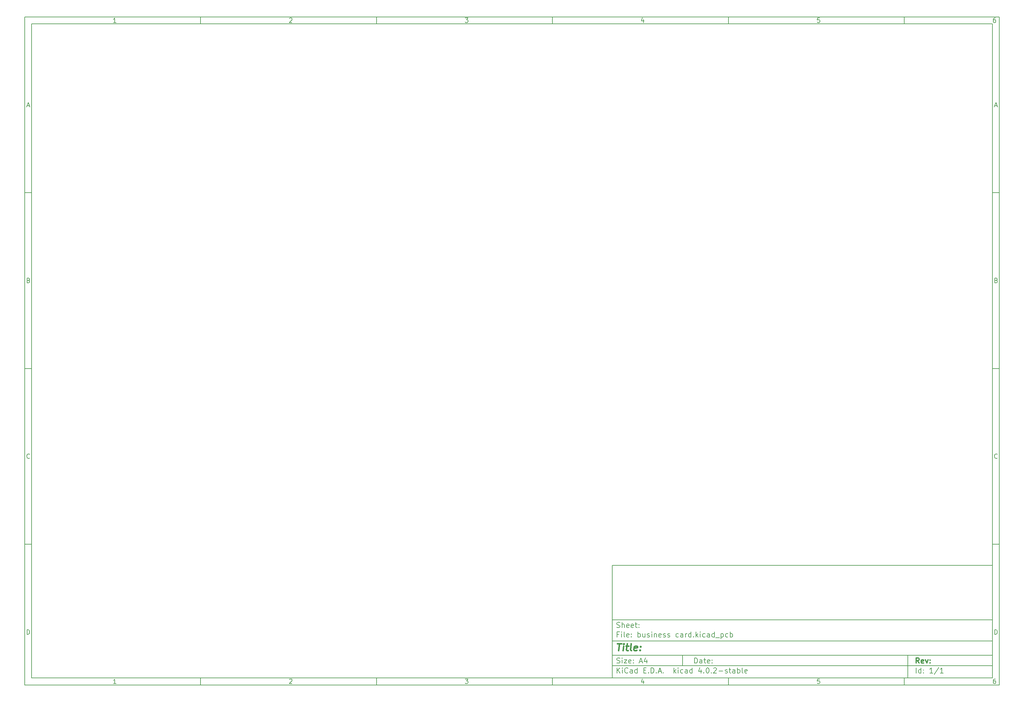
<source format=gbr>
G04 #@! TF.FileFunction,Other,ECO1*
%FSLAX46Y46*%
G04 Gerber Fmt 4.6, Leading zero omitted, Abs format (unit mm)*
G04 Created by KiCad (PCBNEW 4.0.2-stable) date Sunday, October 30, 2016 'PMt' 03:56:09 PM*
%MOMM*%
G01*
G04 APERTURE LIST*
%ADD10C,0.100000*%
%ADD11C,0.150000*%
%ADD12C,0.300000*%
%ADD13C,0.400000*%
G04 APERTURE END LIST*
D10*
D11*
X177002200Y-166007200D02*
X177002200Y-198007200D01*
X285002200Y-198007200D01*
X285002200Y-166007200D01*
X177002200Y-166007200D01*
D10*
D11*
X10000000Y-10000000D02*
X10000000Y-200007200D01*
X287002200Y-200007200D01*
X287002200Y-10000000D01*
X10000000Y-10000000D01*
D10*
D11*
X12000000Y-12000000D02*
X12000000Y-198007200D01*
X285002200Y-198007200D01*
X285002200Y-12000000D01*
X12000000Y-12000000D01*
D10*
D11*
X60000000Y-12000000D02*
X60000000Y-10000000D01*
D10*
D11*
X110000000Y-12000000D02*
X110000000Y-10000000D01*
D10*
D11*
X160000000Y-12000000D02*
X160000000Y-10000000D01*
D10*
D11*
X210000000Y-12000000D02*
X210000000Y-10000000D01*
D10*
D11*
X260000000Y-12000000D02*
X260000000Y-10000000D01*
D10*
D11*
X35990476Y-11588095D02*
X35247619Y-11588095D01*
X35619048Y-11588095D02*
X35619048Y-10288095D01*
X35495238Y-10473810D01*
X35371429Y-10597619D01*
X35247619Y-10659524D01*
D10*
D11*
X85247619Y-10411905D02*
X85309524Y-10350000D01*
X85433333Y-10288095D01*
X85742857Y-10288095D01*
X85866667Y-10350000D01*
X85928571Y-10411905D01*
X85990476Y-10535714D01*
X85990476Y-10659524D01*
X85928571Y-10845238D01*
X85185714Y-11588095D01*
X85990476Y-11588095D01*
D10*
D11*
X135185714Y-10288095D02*
X135990476Y-10288095D01*
X135557143Y-10783333D01*
X135742857Y-10783333D01*
X135866667Y-10845238D01*
X135928571Y-10907143D01*
X135990476Y-11030952D01*
X135990476Y-11340476D01*
X135928571Y-11464286D01*
X135866667Y-11526190D01*
X135742857Y-11588095D01*
X135371429Y-11588095D01*
X135247619Y-11526190D01*
X135185714Y-11464286D01*
D10*
D11*
X185866667Y-10721429D02*
X185866667Y-11588095D01*
X185557143Y-10226190D02*
X185247619Y-11154762D01*
X186052381Y-11154762D01*
D10*
D11*
X235928571Y-10288095D02*
X235309524Y-10288095D01*
X235247619Y-10907143D01*
X235309524Y-10845238D01*
X235433333Y-10783333D01*
X235742857Y-10783333D01*
X235866667Y-10845238D01*
X235928571Y-10907143D01*
X235990476Y-11030952D01*
X235990476Y-11340476D01*
X235928571Y-11464286D01*
X235866667Y-11526190D01*
X235742857Y-11588095D01*
X235433333Y-11588095D01*
X235309524Y-11526190D01*
X235247619Y-11464286D01*
D10*
D11*
X285866667Y-10288095D02*
X285619048Y-10288095D01*
X285495238Y-10350000D01*
X285433333Y-10411905D01*
X285309524Y-10597619D01*
X285247619Y-10845238D01*
X285247619Y-11340476D01*
X285309524Y-11464286D01*
X285371429Y-11526190D01*
X285495238Y-11588095D01*
X285742857Y-11588095D01*
X285866667Y-11526190D01*
X285928571Y-11464286D01*
X285990476Y-11340476D01*
X285990476Y-11030952D01*
X285928571Y-10907143D01*
X285866667Y-10845238D01*
X285742857Y-10783333D01*
X285495238Y-10783333D01*
X285371429Y-10845238D01*
X285309524Y-10907143D01*
X285247619Y-11030952D01*
D10*
D11*
X60000000Y-198007200D02*
X60000000Y-200007200D01*
D10*
D11*
X110000000Y-198007200D02*
X110000000Y-200007200D01*
D10*
D11*
X160000000Y-198007200D02*
X160000000Y-200007200D01*
D10*
D11*
X210000000Y-198007200D02*
X210000000Y-200007200D01*
D10*
D11*
X260000000Y-198007200D02*
X260000000Y-200007200D01*
D10*
D11*
X35990476Y-199595295D02*
X35247619Y-199595295D01*
X35619048Y-199595295D02*
X35619048Y-198295295D01*
X35495238Y-198481010D01*
X35371429Y-198604819D01*
X35247619Y-198666724D01*
D10*
D11*
X85247619Y-198419105D02*
X85309524Y-198357200D01*
X85433333Y-198295295D01*
X85742857Y-198295295D01*
X85866667Y-198357200D01*
X85928571Y-198419105D01*
X85990476Y-198542914D01*
X85990476Y-198666724D01*
X85928571Y-198852438D01*
X85185714Y-199595295D01*
X85990476Y-199595295D01*
D10*
D11*
X135185714Y-198295295D02*
X135990476Y-198295295D01*
X135557143Y-198790533D01*
X135742857Y-198790533D01*
X135866667Y-198852438D01*
X135928571Y-198914343D01*
X135990476Y-199038152D01*
X135990476Y-199347676D01*
X135928571Y-199471486D01*
X135866667Y-199533390D01*
X135742857Y-199595295D01*
X135371429Y-199595295D01*
X135247619Y-199533390D01*
X135185714Y-199471486D01*
D10*
D11*
X185866667Y-198728629D02*
X185866667Y-199595295D01*
X185557143Y-198233390D02*
X185247619Y-199161962D01*
X186052381Y-199161962D01*
D10*
D11*
X235928571Y-198295295D02*
X235309524Y-198295295D01*
X235247619Y-198914343D01*
X235309524Y-198852438D01*
X235433333Y-198790533D01*
X235742857Y-198790533D01*
X235866667Y-198852438D01*
X235928571Y-198914343D01*
X235990476Y-199038152D01*
X235990476Y-199347676D01*
X235928571Y-199471486D01*
X235866667Y-199533390D01*
X235742857Y-199595295D01*
X235433333Y-199595295D01*
X235309524Y-199533390D01*
X235247619Y-199471486D01*
D10*
D11*
X285866667Y-198295295D02*
X285619048Y-198295295D01*
X285495238Y-198357200D01*
X285433333Y-198419105D01*
X285309524Y-198604819D01*
X285247619Y-198852438D01*
X285247619Y-199347676D01*
X285309524Y-199471486D01*
X285371429Y-199533390D01*
X285495238Y-199595295D01*
X285742857Y-199595295D01*
X285866667Y-199533390D01*
X285928571Y-199471486D01*
X285990476Y-199347676D01*
X285990476Y-199038152D01*
X285928571Y-198914343D01*
X285866667Y-198852438D01*
X285742857Y-198790533D01*
X285495238Y-198790533D01*
X285371429Y-198852438D01*
X285309524Y-198914343D01*
X285247619Y-199038152D01*
D10*
D11*
X10000000Y-60000000D02*
X12000000Y-60000000D01*
D10*
D11*
X10000000Y-110000000D02*
X12000000Y-110000000D01*
D10*
D11*
X10000000Y-160000000D02*
X12000000Y-160000000D01*
D10*
D11*
X10690476Y-35216667D02*
X11309524Y-35216667D01*
X10566667Y-35588095D02*
X11000000Y-34288095D01*
X11433333Y-35588095D01*
D10*
D11*
X11092857Y-84907143D02*
X11278571Y-84969048D01*
X11340476Y-85030952D01*
X11402381Y-85154762D01*
X11402381Y-85340476D01*
X11340476Y-85464286D01*
X11278571Y-85526190D01*
X11154762Y-85588095D01*
X10659524Y-85588095D01*
X10659524Y-84288095D01*
X11092857Y-84288095D01*
X11216667Y-84350000D01*
X11278571Y-84411905D01*
X11340476Y-84535714D01*
X11340476Y-84659524D01*
X11278571Y-84783333D01*
X11216667Y-84845238D01*
X11092857Y-84907143D01*
X10659524Y-84907143D01*
D10*
D11*
X11402381Y-135464286D02*
X11340476Y-135526190D01*
X11154762Y-135588095D01*
X11030952Y-135588095D01*
X10845238Y-135526190D01*
X10721429Y-135402381D01*
X10659524Y-135278571D01*
X10597619Y-135030952D01*
X10597619Y-134845238D01*
X10659524Y-134597619D01*
X10721429Y-134473810D01*
X10845238Y-134350000D01*
X11030952Y-134288095D01*
X11154762Y-134288095D01*
X11340476Y-134350000D01*
X11402381Y-134411905D01*
D10*
D11*
X10659524Y-185588095D02*
X10659524Y-184288095D01*
X10969048Y-184288095D01*
X11154762Y-184350000D01*
X11278571Y-184473810D01*
X11340476Y-184597619D01*
X11402381Y-184845238D01*
X11402381Y-185030952D01*
X11340476Y-185278571D01*
X11278571Y-185402381D01*
X11154762Y-185526190D01*
X10969048Y-185588095D01*
X10659524Y-185588095D01*
D10*
D11*
X287002200Y-60000000D02*
X285002200Y-60000000D01*
D10*
D11*
X287002200Y-110000000D02*
X285002200Y-110000000D01*
D10*
D11*
X287002200Y-160000000D02*
X285002200Y-160000000D01*
D10*
D11*
X285692676Y-35216667D02*
X286311724Y-35216667D01*
X285568867Y-35588095D02*
X286002200Y-34288095D01*
X286435533Y-35588095D01*
D10*
D11*
X286095057Y-84907143D02*
X286280771Y-84969048D01*
X286342676Y-85030952D01*
X286404581Y-85154762D01*
X286404581Y-85340476D01*
X286342676Y-85464286D01*
X286280771Y-85526190D01*
X286156962Y-85588095D01*
X285661724Y-85588095D01*
X285661724Y-84288095D01*
X286095057Y-84288095D01*
X286218867Y-84350000D01*
X286280771Y-84411905D01*
X286342676Y-84535714D01*
X286342676Y-84659524D01*
X286280771Y-84783333D01*
X286218867Y-84845238D01*
X286095057Y-84907143D01*
X285661724Y-84907143D01*
D10*
D11*
X286404581Y-135464286D02*
X286342676Y-135526190D01*
X286156962Y-135588095D01*
X286033152Y-135588095D01*
X285847438Y-135526190D01*
X285723629Y-135402381D01*
X285661724Y-135278571D01*
X285599819Y-135030952D01*
X285599819Y-134845238D01*
X285661724Y-134597619D01*
X285723629Y-134473810D01*
X285847438Y-134350000D01*
X286033152Y-134288095D01*
X286156962Y-134288095D01*
X286342676Y-134350000D01*
X286404581Y-134411905D01*
D10*
D11*
X285661724Y-185588095D02*
X285661724Y-184288095D01*
X285971248Y-184288095D01*
X286156962Y-184350000D01*
X286280771Y-184473810D01*
X286342676Y-184597619D01*
X286404581Y-184845238D01*
X286404581Y-185030952D01*
X286342676Y-185278571D01*
X286280771Y-185402381D01*
X286156962Y-185526190D01*
X285971248Y-185588095D01*
X285661724Y-185588095D01*
D10*
D11*
X200359343Y-193785771D02*
X200359343Y-192285771D01*
X200716486Y-192285771D01*
X200930771Y-192357200D01*
X201073629Y-192500057D01*
X201145057Y-192642914D01*
X201216486Y-192928629D01*
X201216486Y-193142914D01*
X201145057Y-193428629D01*
X201073629Y-193571486D01*
X200930771Y-193714343D01*
X200716486Y-193785771D01*
X200359343Y-193785771D01*
X202502200Y-193785771D02*
X202502200Y-193000057D01*
X202430771Y-192857200D01*
X202287914Y-192785771D01*
X202002200Y-192785771D01*
X201859343Y-192857200D01*
X202502200Y-193714343D02*
X202359343Y-193785771D01*
X202002200Y-193785771D01*
X201859343Y-193714343D01*
X201787914Y-193571486D01*
X201787914Y-193428629D01*
X201859343Y-193285771D01*
X202002200Y-193214343D01*
X202359343Y-193214343D01*
X202502200Y-193142914D01*
X203002200Y-192785771D02*
X203573629Y-192785771D01*
X203216486Y-192285771D02*
X203216486Y-193571486D01*
X203287914Y-193714343D01*
X203430772Y-193785771D01*
X203573629Y-193785771D01*
X204645057Y-193714343D02*
X204502200Y-193785771D01*
X204216486Y-193785771D01*
X204073629Y-193714343D01*
X204002200Y-193571486D01*
X204002200Y-193000057D01*
X204073629Y-192857200D01*
X204216486Y-192785771D01*
X204502200Y-192785771D01*
X204645057Y-192857200D01*
X204716486Y-193000057D01*
X204716486Y-193142914D01*
X204002200Y-193285771D01*
X205359343Y-193642914D02*
X205430771Y-193714343D01*
X205359343Y-193785771D01*
X205287914Y-193714343D01*
X205359343Y-193642914D01*
X205359343Y-193785771D01*
X205359343Y-192857200D02*
X205430771Y-192928629D01*
X205359343Y-193000057D01*
X205287914Y-192928629D01*
X205359343Y-192857200D01*
X205359343Y-193000057D01*
D10*
D11*
X177002200Y-194507200D02*
X285002200Y-194507200D01*
D10*
D11*
X178359343Y-196585771D02*
X178359343Y-195085771D01*
X179216486Y-196585771D02*
X178573629Y-195728629D01*
X179216486Y-195085771D02*
X178359343Y-195942914D01*
X179859343Y-196585771D02*
X179859343Y-195585771D01*
X179859343Y-195085771D02*
X179787914Y-195157200D01*
X179859343Y-195228629D01*
X179930771Y-195157200D01*
X179859343Y-195085771D01*
X179859343Y-195228629D01*
X181430772Y-196442914D02*
X181359343Y-196514343D01*
X181145057Y-196585771D01*
X181002200Y-196585771D01*
X180787915Y-196514343D01*
X180645057Y-196371486D01*
X180573629Y-196228629D01*
X180502200Y-195942914D01*
X180502200Y-195728629D01*
X180573629Y-195442914D01*
X180645057Y-195300057D01*
X180787915Y-195157200D01*
X181002200Y-195085771D01*
X181145057Y-195085771D01*
X181359343Y-195157200D01*
X181430772Y-195228629D01*
X182716486Y-196585771D02*
X182716486Y-195800057D01*
X182645057Y-195657200D01*
X182502200Y-195585771D01*
X182216486Y-195585771D01*
X182073629Y-195657200D01*
X182716486Y-196514343D02*
X182573629Y-196585771D01*
X182216486Y-196585771D01*
X182073629Y-196514343D01*
X182002200Y-196371486D01*
X182002200Y-196228629D01*
X182073629Y-196085771D01*
X182216486Y-196014343D01*
X182573629Y-196014343D01*
X182716486Y-195942914D01*
X184073629Y-196585771D02*
X184073629Y-195085771D01*
X184073629Y-196514343D02*
X183930772Y-196585771D01*
X183645058Y-196585771D01*
X183502200Y-196514343D01*
X183430772Y-196442914D01*
X183359343Y-196300057D01*
X183359343Y-195871486D01*
X183430772Y-195728629D01*
X183502200Y-195657200D01*
X183645058Y-195585771D01*
X183930772Y-195585771D01*
X184073629Y-195657200D01*
X185930772Y-195800057D02*
X186430772Y-195800057D01*
X186645058Y-196585771D02*
X185930772Y-196585771D01*
X185930772Y-195085771D01*
X186645058Y-195085771D01*
X187287915Y-196442914D02*
X187359343Y-196514343D01*
X187287915Y-196585771D01*
X187216486Y-196514343D01*
X187287915Y-196442914D01*
X187287915Y-196585771D01*
X188002201Y-196585771D02*
X188002201Y-195085771D01*
X188359344Y-195085771D01*
X188573629Y-195157200D01*
X188716487Y-195300057D01*
X188787915Y-195442914D01*
X188859344Y-195728629D01*
X188859344Y-195942914D01*
X188787915Y-196228629D01*
X188716487Y-196371486D01*
X188573629Y-196514343D01*
X188359344Y-196585771D01*
X188002201Y-196585771D01*
X189502201Y-196442914D02*
X189573629Y-196514343D01*
X189502201Y-196585771D01*
X189430772Y-196514343D01*
X189502201Y-196442914D01*
X189502201Y-196585771D01*
X190145058Y-196157200D02*
X190859344Y-196157200D01*
X190002201Y-196585771D02*
X190502201Y-195085771D01*
X191002201Y-196585771D01*
X191502201Y-196442914D02*
X191573629Y-196514343D01*
X191502201Y-196585771D01*
X191430772Y-196514343D01*
X191502201Y-196442914D01*
X191502201Y-196585771D01*
X194502201Y-196585771D02*
X194502201Y-195085771D01*
X194645058Y-196014343D02*
X195073629Y-196585771D01*
X195073629Y-195585771D02*
X194502201Y-196157200D01*
X195716487Y-196585771D02*
X195716487Y-195585771D01*
X195716487Y-195085771D02*
X195645058Y-195157200D01*
X195716487Y-195228629D01*
X195787915Y-195157200D01*
X195716487Y-195085771D01*
X195716487Y-195228629D01*
X197073630Y-196514343D02*
X196930773Y-196585771D01*
X196645059Y-196585771D01*
X196502201Y-196514343D01*
X196430773Y-196442914D01*
X196359344Y-196300057D01*
X196359344Y-195871486D01*
X196430773Y-195728629D01*
X196502201Y-195657200D01*
X196645059Y-195585771D01*
X196930773Y-195585771D01*
X197073630Y-195657200D01*
X198359344Y-196585771D02*
X198359344Y-195800057D01*
X198287915Y-195657200D01*
X198145058Y-195585771D01*
X197859344Y-195585771D01*
X197716487Y-195657200D01*
X198359344Y-196514343D02*
X198216487Y-196585771D01*
X197859344Y-196585771D01*
X197716487Y-196514343D01*
X197645058Y-196371486D01*
X197645058Y-196228629D01*
X197716487Y-196085771D01*
X197859344Y-196014343D01*
X198216487Y-196014343D01*
X198359344Y-195942914D01*
X199716487Y-196585771D02*
X199716487Y-195085771D01*
X199716487Y-196514343D02*
X199573630Y-196585771D01*
X199287916Y-196585771D01*
X199145058Y-196514343D01*
X199073630Y-196442914D01*
X199002201Y-196300057D01*
X199002201Y-195871486D01*
X199073630Y-195728629D01*
X199145058Y-195657200D01*
X199287916Y-195585771D01*
X199573630Y-195585771D01*
X199716487Y-195657200D01*
X202216487Y-195585771D02*
X202216487Y-196585771D01*
X201859344Y-195014343D02*
X201502201Y-196085771D01*
X202430773Y-196085771D01*
X203002201Y-196442914D02*
X203073629Y-196514343D01*
X203002201Y-196585771D01*
X202930772Y-196514343D01*
X203002201Y-196442914D01*
X203002201Y-196585771D01*
X204002201Y-195085771D02*
X204145058Y-195085771D01*
X204287915Y-195157200D01*
X204359344Y-195228629D01*
X204430773Y-195371486D01*
X204502201Y-195657200D01*
X204502201Y-196014343D01*
X204430773Y-196300057D01*
X204359344Y-196442914D01*
X204287915Y-196514343D01*
X204145058Y-196585771D01*
X204002201Y-196585771D01*
X203859344Y-196514343D01*
X203787915Y-196442914D01*
X203716487Y-196300057D01*
X203645058Y-196014343D01*
X203645058Y-195657200D01*
X203716487Y-195371486D01*
X203787915Y-195228629D01*
X203859344Y-195157200D01*
X204002201Y-195085771D01*
X205145058Y-196442914D02*
X205216486Y-196514343D01*
X205145058Y-196585771D01*
X205073629Y-196514343D01*
X205145058Y-196442914D01*
X205145058Y-196585771D01*
X205787915Y-195228629D02*
X205859344Y-195157200D01*
X206002201Y-195085771D01*
X206359344Y-195085771D01*
X206502201Y-195157200D01*
X206573630Y-195228629D01*
X206645058Y-195371486D01*
X206645058Y-195514343D01*
X206573630Y-195728629D01*
X205716487Y-196585771D01*
X206645058Y-196585771D01*
X207287915Y-196014343D02*
X208430772Y-196014343D01*
X209073629Y-196514343D02*
X209216486Y-196585771D01*
X209502201Y-196585771D01*
X209645058Y-196514343D01*
X209716486Y-196371486D01*
X209716486Y-196300057D01*
X209645058Y-196157200D01*
X209502201Y-196085771D01*
X209287915Y-196085771D01*
X209145058Y-196014343D01*
X209073629Y-195871486D01*
X209073629Y-195800057D01*
X209145058Y-195657200D01*
X209287915Y-195585771D01*
X209502201Y-195585771D01*
X209645058Y-195657200D01*
X210145058Y-195585771D02*
X210716487Y-195585771D01*
X210359344Y-195085771D02*
X210359344Y-196371486D01*
X210430772Y-196514343D01*
X210573630Y-196585771D01*
X210716487Y-196585771D01*
X211859344Y-196585771D02*
X211859344Y-195800057D01*
X211787915Y-195657200D01*
X211645058Y-195585771D01*
X211359344Y-195585771D01*
X211216487Y-195657200D01*
X211859344Y-196514343D02*
X211716487Y-196585771D01*
X211359344Y-196585771D01*
X211216487Y-196514343D01*
X211145058Y-196371486D01*
X211145058Y-196228629D01*
X211216487Y-196085771D01*
X211359344Y-196014343D01*
X211716487Y-196014343D01*
X211859344Y-195942914D01*
X212573630Y-196585771D02*
X212573630Y-195085771D01*
X212573630Y-195657200D02*
X212716487Y-195585771D01*
X213002201Y-195585771D01*
X213145058Y-195657200D01*
X213216487Y-195728629D01*
X213287916Y-195871486D01*
X213287916Y-196300057D01*
X213216487Y-196442914D01*
X213145058Y-196514343D01*
X213002201Y-196585771D01*
X212716487Y-196585771D01*
X212573630Y-196514343D01*
X214145059Y-196585771D02*
X214002201Y-196514343D01*
X213930773Y-196371486D01*
X213930773Y-195085771D01*
X215287915Y-196514343D02*
X215145058Y-196585771D01*
X214859344Y-196585771D01*
X214716487Y-196514343D01*
X214645058Y-196371486D01*
X214645058Y-195800057D01*
X214716487Y-195657200D01*
X214859344Y-195585771D01*
X215145058Y-195585771D01*
X215287915Y-195657200D01*
X215359344Y-195800057D01*
X215359344Y-195942914D01*
X214645058Y-196085771D01*
D10*
D11*
X177002200Y-191507200D02*
X285002200Y-191507200D01*
D10*
D12*
X264216486Y-193785771D02*
X263716486Y-193071486D01*
X263359343Y-193785771D02*
X263359343Y-192285771D01*
X263930771Y-192285771D01*
X264073629Y-192357200D01*
X264145057Y-192428629D01*
X264216486Y-192571486D01*
X264216486Y-192785771D01*
X264145057Y-192928629D01*
X264073629Y-193000057D01*
X263930771Y-193071486D01*
X263359343Y-193071486D01*
X265430771Y-193714343D02*
X265287914Y-193785771D01*
X265002200Y-193785771D01*
X264859343Y-193714343D01*
X264787914Y-193571486D01*
X264787914Y-193000057D01*
X264859343Y-192857200D01*
X265002200Y-192785771D01*
X265287914Y-192785771D01*
X265430771Y-192857200D01*
X265502200Y-193000057D01*
X265502200Y-193142914D01*
X264787914Y-193285771D01*
X266002200Y-192785771D02*
X266359343Y-193785771D01*
X266716485Y-192785771D01*
X267287914Y-193642914D02*
X267359342Y-193714343D01*
X267287914Y-193785771D01*
X267216485Y-193714343D01*
X267287914Y-193642914D01*
X267287914Y-193785771D01*
X267287914Y-192857200D02*
X267359342Y-192928629D01*
X267287914Y-193000057D01*
X267216485Y-192928629D01*
X267287914Y-192857200D01*
X267287914Y-193000057D01*
D10*
D11*
X178287914Y-193714343D02*
X178502200Y-193785771D01*
X178859343Y-193785771D01*
X179002200Y-193714343D01*
X179073629Y-193642914D01*
X179145057Y-193500057D01*
X179145057Y-193357200D01*
X179073629Y-193214343D01*
X179002200Y-193142914D01*
X178859343Y-193071486D01*
X178573629Y-193000057D01*
X178430771Y-192928629D01*
X178359343Y-192857200D01*
X178287914Y-192714343D01*
X178287914Y-192571486D01*
X178359343Y-192428629D01*
X178430771Y-192357200D01*
X178573629Y-192285771D01*
X178930771Y-192285771D01*
X179145057Y-192357200D01*
X179787914Y-193785771D02*
X179787914Y-192785771D01*
X179787914Y-192285771D02*
X179716485Y-192357200D01*
X179787914Y-192428629D01*
X179859342Y-192357200D01*
X179787914Y-192285771D01*
X179787914Y-192428629D01*
X180359343Y-192785771D02*
X181145057Y-192785771D01*
X180359343Y-193785771D01*
X181145057Y-193785771D01*
X182287914Y-193714343D02*
X182145057Y-193785771D01*
X181859343Y-193785771D01*
X181716486Y-193714343D01*
X181645057Y-193571486D01*
X181645057Y-193000057D01*
X181716486Y-192857200D01*
X181859343Y-192785771D01*
X182145057Y-192785771D01*
X182287914Y-192857200D01*
X182359343Y-193000057D01*
X182359343Y-193142914D01*
X181645057Y-193285771D01*
X183002200Y-193642914D02*
X183073628Y-193714343D01*
X183002200Y-193785771D01*
X182930771Y-193714343D01*
X183002200Y-193642914D01*
X183002200Y-193785771D01*
X183002200Y-192857200D02*
X183073628Y-192928629D01*
X183002200Y-193000057D01*
X182930771Y-192928629D01*
X183002200Y-192857200D01*
X183002200Y-193000057D01*
X184787914Y-193357200D02*
X185502200Y-193357200D01*
X184645057Y-193785771D02*
X185145057Y-192285771D01*
X185645057Y-193785771D01*
X186787914Y-192785771D02*
X186787914Y-193785771D01*
X186430771Y-192214343D02*
X186073628Y-193285771D01*
X187002200Y-193285771D01*
D10*
D11*
X263359343Y-196585771D02*
X263359343Y-195085771D01*
X264716486Y-196585771D02*
X264716486Y-195085771D01*
X264716486Y-196514343D02*
X264573629Y-196585771D01*
X264287915Y-196585771D01*
X264145057Y-196514343D01*
X264073629Y-196442914D01*
X264002200Y-196300057D01*
X264002200Y-195871486D01*
X264073629Y-195728629D01*
X264145057Y-195657200D01*
X264287915Y-195585771D01*
X264573629Y-195585771D01*
X264716486Y-195657200D01*
X265430772Y-196442914D02*
X265502200Y-196514343D01*
X265430772Y-196585771D01*
X265359343Y-196514343D01*
X265430772Y-196442914D01*
X265430772Y-196585771D01*
X265430772Y-195657200D02*
X265502200Y-195728629D01*
X265430772Y-195800057D01*
X265359343Y-195728629D01*
X265430772Y-195657200D01*
X265430772Y-195800057D01*
X268073629Y-196585771D02*
X267216486Y-196585771D01*
X267645058Y-196585771D02*
X267645058Y-195085771D01*
X267502201Y-195300057D01*
X267359343Y-195442914D01*
X267216486Y-195514343D01*
X269787914Y-195014343D02*
X268502200Y-196942914D01*
X271073629Y-196585771D02*
X270216486Y-196585771D01*
X270645058Y-196585771D02*
X270645058Y-195085771D01*
X270502201Y-195300057D01*
X270359343Y-195442914D01*
X270216486Y-195514343D01*
D10*
D11*
X177002200Y-187507200D02*
X285002200Y-187507200D01*
D10*
D13*
X178454581Y-188211962D02*
X179597438Y-188211962D01*
X178776010Y-190211962D02*
X179026010Y-188211962D01*
X180014105Y-190211962D02*
X180180771Y-188878629D01*
X180264105Y-188211962D02*
X180156962Y-188307200D01*
X180240295Y-188402438D01*
X180347439Y-188307200D01*
X180264105Y-188211962D01*
X180240295Y-188402438D01*
X180847438Y-188878629D02*
X181609343Y-188878629D01*
X181216486Y-188211962D02*
X181002200Y-189926248D01*
X181073630Y-190116724D01*
X181252201Y-190211962D01*
X181442677Y-190211962D01*
X182395058Y-190211962D02*
X182216487Y-190116724D01*
X182145057Y-189926248D01*
X182359343Y-188211962D01*
X183930772Y-190116724D02*
X183728391Y-190211962D01*
X183347439Y-190211962D01*
X183168867Y-190116724D01*
X183097438Y-189926248D01*
X183192676Y-189164343D01*
X183311724Y-188973867D01*
X183514105Y-188878629D01*
X183895057Y-188878629D01*
X184073629Y-188973867D01*
X184145057Y-189164343D01*
X184121248Y-189354819D01*
X183145057Y-189545295D01*
X184895057Y-190021486D02*
X184978392Y-190116724D01*
X184871248Y-190211962D01*
X184787915Y-190116724D01*
X184895057Y-190021486D01*
X184871248Y-190211962D01*
X185026010Y-188973867D02*
X185109344Y-189069105D01*
X185002200Y-189164343D01*
X184918867Y-189069105D01*
X185026010Y-188973867D01*
X185002200Y-189164343D01*
D10*
D11*
X178859343Y-185600057D02*
X178359343Y-185600057D01*
X178359343Y-186385771D02*
X178359343Y-184885771D01*
X179073629Y-184885771D01*
X179645057Y-186385771D02*
X179645057Y-185385771D01*
X179645057Y-184885771D02*
X179573628Y-184957200D01*
X179645057Y-185028629D01*
X179716485Y-184957200D01*
X179645057Y-184885771D01*
X179645057Y-185028629D01*
X180573629Y-186385771D02*
X180430771Y-186314343D01*
X180359343Y-186171486D01*
X180359343Y-184885771D01*
X181716485Y-186314343D02*
X181573628Y-186385771D01*
X181287914Y-186385771D01*
X181145057Y-186314343D01*
X181073628Y-186171486D01*
X181073628Y-185600057D01*
X181145057Y-185457200D01*
X181287914Y-185385771D01*
X181573628Y-185385771D01*
X181716485Y-185457200D01*
X181787914Y-185600057D01*
X181787914Y-185742914D01*
X181073628Y-185885771D01*
X182430771Y-186242914D02*
X182502199Y-186314343D01*
X182430771Y-186385771D01*
X182359342Y-186314343D01*
X182430771Y-186242914D01*
X182430771Y-186385771D01*
X182430771Y-185457200D02*
X182502199Y-185528629D01*
X182430771Y-185600057D01*
X182359342Y-185528629D01*
X182430771Y-185457200D01*
X182430771Y-185600057D01*
X184287914Y-186385771D02*
X184287914Y-184885771D01*
X184287914Y-185457200D02*
X184430771Y-185385771D01*
X184716485Y-185385771D01*
X184859342Y-185457200D01*
X184930771Y-185528629D01*
X185002200Y-185671486D01*
X185002200Y-186100057D01*
X184930771Y-186242914D01*
X184859342Y-186314343D01*
X184716485Y-186385771D01*
X184430771Y-186385771D01*
X184287914Y-186314343D01*
X186287914Y-185385771D02*
X186287914Y-186385771D01*
X185645057Y-185385771D02*
X185645057Y-186171486D01*
X185716485Y-186314343D01*
X185859343Y-186385771D01*
X186073628Y-186385771D01*
X186216485Y-186314343D01*
X186287914Y-186242914D01*
X186930771Y-186314343D02*
X187073628Y-186385771D01*
X187359343Y-186385771D01*
X187502200Y-186314343D01*
X187573628Y-186171486D01*
X187573628Y-186100057D01*
X187502200Y-185957200D01*
X187359343Y-185885771D01*
X187145057Y-185885771D01*
X187002200Y-185814343D01*
X186930771Y-185671486D01*
X186930771Y-185600057D01*
X187002200Y-185457200D01*
X187145057Y-185385771D01*
X187359343Y-185385771D01*
X187502200Y-185457200D01*
X188216486Y-186385771D02*
X188216486Y-185385771D01*
X188216486Y-184885771D02*
X188145057Y-184957200D01*
X188216486Y-185028629D01*
X188287914Y-184957200D01*
X188216486Y-184885771D01*
X188216486Y-185028629D01*
X188930772Y-185385771D02*
X188930772Y-186385771D01*
X188930772Y-185528629D02*
X189002200Y-185457200D01*
X189145058Y-185385771D01*
X189359343Y-185385771D01*
X189502200Y-185457200D01*
X189573629Y-185600057D01*
X189573629Y-186385771D01*
X190859343Y-186314343D02*
X190716486Y-186385771D01*
X190430772Y-186385771D01*
X190287915Y-186314343D01*
X190216486Y-186171486D01*
X190216486Y-185600057D01*
X190287915Y-185457200D01*
X190430772Y-185385771D01*
X190716486Y-185385771D01*
X190859343Y-185457200D01*
X190930772Y-185600057D01*
X190930772Y-185742914D01*
X190216486Y-185885771D01*
X191502200Y-186314343D02*
X191645057Y-186385771D01*
X191930772Y-186385771D01*
X192073629Y-186314343D01*
X192145057Y-186171486D01*
X192145057Y-186100057D01*
X192073629Y-185957200D01*
X191930772Y-185885771D01*
X191716486Y-185885771D01*
X191573629Y-185814343D01*
X191502200Y-185671486D01*
X191502200Y-185600057D01*
X191573629Y-185457200D01*
X191716486Y-185385771D01*
X191930772Y-185385771D01*
X192073629Y-185457200D01*
X192716486Y-186314343D02*
X192859343Y-186385771D01*
X193145058Y-186385771D01*
X193287915Y-186314343D01*
X193359343Y-186171486D01*
X193359343Y-186100057D01*
X193287915Y-185957200D01*
X193145058Y-185885771D01*
X192930772Y-185885771D01*
X192787915Y-185814343D01*
X192716486Y-185671486D01*
X192716486Y-185600057D01*
X192787915Y-185457200D01*
X192930772Y-185385771D01*
X193145058Y-185385771D01*
X193287915Y-185457200D01*
X195787915Y-186314343D02*
X195645058Y-186385771D01*
X195359344Y-186385771D01*
X195216486Y-186314343D01*
X195145058Y-186242914D01*
X195073629Y-186100057D01*
X195073629Y-185671486D01*
X195145058Y-185528629D01*
X195216486Y-185457200D01*
X195359344Y-185385771D01*
X195645058Y-185385771D01*
X195787915Y-185457200D01*
X197073629Y-186385771D02*
X197073629Y-185600057D01*
X197002200Y-185457200D01*
X196859343Y-185385771D01*
X196573629Y-185385771D01*
X196430772Y-185457200D01*
X197073629Y-186314343D02*
X196930772Y-186385771D01*
X196573629Y-186385771D01*
X196430772Y-186314343D01*
X196359343Y-186171486D01*
X196359343Y-186028629D01*
X196430772Y-185885771D01*
X196573629Y-185814343D01*
X196930772Y-185814343D01*
X197073629Y-185742914D01*
X197787915Y-186385771D02*
X197787915Y-185385771D01*
X197787915Y-185671486D02*
X197859343Y-185528629D01*
X197930772Y-185457200D01*
X198073629Y-185385771D01*
X198216486Y-185385771D01*
X199359343Y-186385771D02*
X199359343Y-184885771D01*
X199359343Y-186314343D02*
X199216486Y-186385771D01*
X198930772Y-186385771D01*
X198787914Y-186314343D01*
X198716486Y-186242914D01*
X198645057Y-186100057D01*
X198645057Y-185671486D01*
X198716486Y-185528629D01*
X198787914Y-185457200D01*
X198930772Y-185385771D01*
X199216486Y-185385771D01*
X199359343Y-185457200D01*
X200073629Y-186242914D02*
X200145057Y-186314343D01*
X200073629Y-186385771D01*
X200002200Y-186314343D01*
X200073629Y-186242914D01*
X200073629Y-186385771D01*
X200787915Y-186385771D02*
X200787915Y-184885771D01*
X200930772Y-185814343D02*
X201359343Y-186385771D01*
X201359343Y-185385771D02*
X200787915Y-185957200D01*
X202002201Y-186385771D02*
X202002201Y-185385771D01*
X202002201Y-184885771D02*
X201930772Y-184957200D01*
X202002201Y-185028629D01*
X202073629Y-184957200D01*
X202002201Y-184885771D01*
X202002201Y-185028629D01*
X203359344Y-186314343D02*
X203216487Y-186385771D01*
X202930773Y-186385771D01*
X202787915Y-186314343D01*
X202716487Y-186242914D01*
X202645058Y-186100057D01*
X202645058Y-185671486D01*
X202716487Y-185528629D01*
X202787915Y-185457200D01*
X202930773Y-185385771D01*
X203216487Y-185385771D01*
X203359344Y-185457200D01*
X204645058Y-186385771D02*
X204645058Y-185600057D01*
X204573629Y-185457200D01*
X204430772Y-185385771D01*
X204145058Y-185385771D01*
X204002201Y-185457200D01*
X204645058Y-186314343D02*
X204502201Y-186385771D01*
X204145058Y-186385771D01*
X204002201Y-186314343D01*
X203930772Y-186171486D01*
X203930772Y-186028629D01*
X204002201Y-185885771D01*
X204145058Y-185814343D01*
X204502201Y-185814343D01*
X204645058Y-185742914D01*
X206002201Y-186385771D02*
X206002201Y-184885771D01*
X206002201Y-186314343D02*
X205859344Y-186385771D01*
X205573630Y-186385771D01*
X205430772Y-186314343D01*
X205359344Y-186242914D01*
X205287915Y-186100057D01*
X205287915Y-185671486D01*
X205359344Y-185528629D01*
X205430772Y-185457200D01*
X205573630Y-185385771D01*
X205859344Y-185385771D01*
X206002201Y-185457200D01*
X206359344Y-186528629D02*
X207502201Y-186528629D01*
X207859344Y-185385771D02*
X207859344Y-186885771D01*
X207859344Y-185457200D02*
X208002201Y-185385771D01*
X208287915Y-185385771D01*
X208430772Y-185457200D01*
X208502201Y-185528629D01*
X208573630Y-185671486D01*
X208573630Y-186100057D01*
X208502201Y-186242914D01*
X208430772Y-186314343D01*
X208287915Y-186385771D01*
X208002201Y-186385771D01*
X207859344Y-186314343D01*
X209859344Y-186314343D02*
X209716487Y-186385771D01*
X209430773Y-186385771D01*
X209287915Y-186314343D01*
X209216487Y-186242914D01*
X209145058Y-186100057D01*
X209145058Y-185671486D01*
X209216487Y-185528629D01*
X209287915Y-185457200D01*
X209430773Y-185385771D01*
X209716487Y-185385771D01*
X209859344Y-185457200D01*
X210502201Y-186385771D02*
X210502201Y-184885771D01*
X210502201Y-185457200D02*
X210645058Y-185385771D01*
X210930772Y-185385771D01*
X211073629Y-185457200D01*
X211145058Y-185528629D01*
X211216487Y-185671486D01*
X211216487Y-186100057D01*
X211145058Y-186242914D01*
X211073629Y-186314343D01*
X210930772Y-186385771D01*
X210645058Y-186385771D01*
X210502201Y-186314343D01*
D10*
D11*
X177002200Y-181507200D02*
X285002200Y-181507200D01*
D10*
D11*
X178287914Y-183614343D02*
X178502200Y-183685771D01*
X178859343Y-183685771D01*
X179002200Y-183614343D01*
X179073629Y-183542914D01*
X179145057Y-183400057D01*
X179145057Y-183257200D01*
X179073629Y-183114343D01*
X179002200Y-183042914D01*
X178859343Y-182971486D01*
X178573629Y-182900057D01*
X178430771Y-182828629D01*
X178359343Y-182757200D01*
X178287914Y-182614343D01*
X178287914Y-182471486D01*
X178359343Y-182328629D01*
X178430771Y-182257200D01*
X178573629Y-182185771D01*
X178930771Y-182185771D01*
X179145057Y-182257200D01*
X179787914Y-183685771D02*
X179787914Y-182185771D01*
X180430771Y-183685771D02*
X180430771Y-182900057D01*
X180359342Y-182757200D01*
X180216485Y-182685771D01*
X180002200Y-182685771D01*
X179859342Y-182757200D01*
X179787914Y-182828629D01*
X181716485Y-183614343D02*
X181573628Y-183685771D01*
X181287914Y-183685771D01*
X181145057Y-183614343D01*
X181073628Y-183471486D01*
X181073628Y-182900057D01*
X181145057Y-182757200D01*
X181287914Y-182685771D01*
X181573628Y-182685771D01*
X181716485Y-182757200D01*
X181787914Y-182900057D01*
X181787914Y-183042914D01*
X181073628Y-183185771D01*
X183002199Y-183614343D02*
X182859342Y-183685771D01*
X182573628Y-183685771D01*
X182430771Y-183614343D01*
X182359342Y-183471486D01*
X182359342Y-182900057D01*
X182430771Y-182757200D01*
X182573628Y-182685771D01*
X182859342Y-182685771D01*
X183002199Y-182757200D01*
X183073628Y-182900057D01*
X183073628Y-183042914D01*
X182359342Y-183185771D01*
X183502199Y-182685771D02*
X184073628Y-182685771D01*
X183716485Y-182185771D02*
X183716485Y-183471486D01*
X183787913Y-183614343D01*
X183930771Y-183685771D01*
X184073628Y-183685771D01*
X184573628Y-183542914D02*
X184645056Y-183614343D01*
X184573628Y-183685771D01*
X184502199Y-183614343D01*
X184573628Y-183542914D01*
X184573628Y-183685771D01*
X184573628Y-182757200D02*
X184645056Y-182828629D01*
X184573628Y-182900057D01*
X184502199Y-182828629D01*
X184573628Y-182757200D01*
X184573628Y-182900057D01*
D10*
D11*
X197002200Y-191507200D02*
X197002200Y-194507200D01*
D10*
D11*
X261002200Y-191507200D02*
X261002200Y-198007200D01*
M02*

</source>
